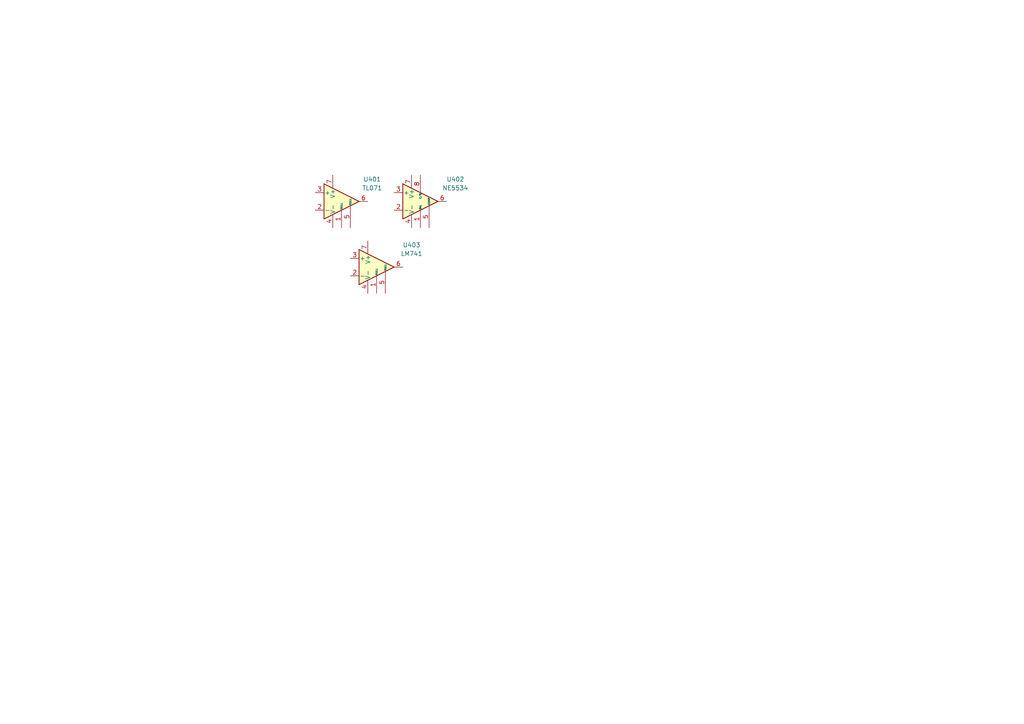
<source format=kicad_sch>
(kicad_sch (version 20250114) (generator "eeschema") (generator_version "9.0")
  (paper "A4")
  (title_block (title "${TITLE}") (date "2025-03-28") (rev "${REVISION}") (company "${COMPANY}"))
  (lib_symbols
    (symbol "Amplifier_Operational:LM741" (pin_names (offset 0.127))
      (property "Reference" "U" (at 0 6.35 0))
      (property "Value" "LM741" (at 0 3.81 0))
      (symbol "LM741_0_1"
        (polyline (pts (xy -5.08 5.08) (xy 5.08 0) (xy -5.08 -5.08) (xy -5.08 5.08)) (stroke (width 0.254)) (fill (type background)))
      )
      (symbol "LM741_1_1"
        (pin input line (at -7.62 2.54 0) (length 2.54) (name "+") (number "3"))
        (pin input line (at -7.62 -2.54 0) (length 2.54) (name "-") (number "2"))
        (pin power_in line (at -2.54 7.62 270) (length 3.81) (name "V+") (number "7"))
        (pin power_in line (at -2.54 -7.62 90) (length 3.81) (name "V-") (number "4"))
        (pin no_connect line (at 0 2.54 270) (length 2.54) (hide yes) (name "NC") (number "8"))
        (pin input line (at 0 -7.62 90) (length 5.08) (name "NULL") (number "1"))
        (pin input line (at 2.54 -7.62 90) (length 6.35) (name "NULL") (number "5"))
        (pin output line (at 7.62 0 180) (length 2.54) (name "~") (number "6"))
      )
    )
    (symbol "Amplifier_Operational:NE5534" (pin_names (offset 0.127))
      (property "Reference" "U" (at 1.27 6.35 0))
      (property "Value" "NE5534" (at 1.27 3.81 0))
      (symbol "NE5534_0_1"
        (polyline (pts (xy -5.08 5.08) (xy 5.08 0) (xy -5.08 -5.08) (xy -5.08 5.08)) (stroke (width 0.254)) (fill (type background)))
      )
      (symbol "NE5534_1_1"
        (pin input line (at -7.62 2.54 0) (length 2.54) (name "+") (number "3"))
        (pin input line (at -7.62 -2.54 0) (length 2.54) (name "-") (number "2"))
        (pin power_in line (at -2.54 7.62 270) (length 3.81) (name "V+") (number "7"))
        (pin power_in line (at -2.54 -7.62 90) (length 3.81) (name "V-") (number "4"))
        (pin input line (at 0 7.62 270) (length 5.08) (name "C/B") (number "8"))
        (pin input line (at 0 -7.62 90) (length 5.08) (name "BAL") (number "1"))
        (pin input line (at 2.54 -7.62 90) (length 6.35) (name "COMP") (number "5"))
        (pin output line (at 7.62 0 180) (length 2.54) (name "~") (number "6"))
      )
    )
    (symbol "Amplifier_Operational:TL071" (pin_names (offset 0.127))
      (property "Reference" "U" (at 0 6.35 0))
      (property "Value" "TL071" (at 0 3.81 0))
      (symbol "TL071_0_1"
        (polyline (pts (xy -5.08 5.08) (xy 5.08 0) (xy -5.08 -5.08) (xy -5.08 5.08)) (stroke (width 0.254)) (fill (type background)))
      )
      (symbol "TL071_1_1"
        (pin input line (at -7.62 2.54 0) (length 2.54) (name "+") (number "3"))
        (pin input line (at -7.62 -2.54 0) (length 2.54) (name "-") (number "2"))
        (pin power_in line (at -2.54 7.62 270) (length 3.81) (name "V+") (number "7"))
        (pin power_in line (at -2.54 -7.62 90) (length 3.81) (name "V-") (number "4"))
        (pin no_connect line (at 0 2.54 270) (length 2.54) (hide yes) (name "NC") (number "8"))
        (pin input line (at 0 -7.62 90) (length 5.08) (name "NULL") (number "1"))
        (pin input line (at 2.54 -7.62 90) (length 6.35) (name "NULL") (number "5"))
        (pin output line (at 7.62 0 180) (length 2.54) (name "~") (number "6"))
      )
    )
  )
  (symbol (lib_id "Amplifier_Operational:NE5534") (at 121.92 58.42 0) (unit 1)
    (property "Reference" "U402" (at 132.08 51.9998 0))
    (property "Value" "NE5534" (at 132.08 54.5398 0))
    (property "Datasheet" "http://www.ti.com/lit/ds/symlink/ne5534.pdf" (effects (hide yes)))
    (property "Description" "Single Low-Noise Operational Amplifiers, DIP-8/SOIC-8" (effects (hide yes)))
  )
  (symbol (lib_id "Amplifier_Operational:TL071") (at 99.06 58.42 0) (unit 1)
    (property "Reference" "U401" (at 107.95 51.9998 0))
    (property "Value" "TL071" (at 107.95 54.5398 0))
    (property "Datasheet" "http://www.ti.com/lit/ds/symlink/tl071.pdf" (effects (hide yes)))
    (property "Description" "Single Low-Noise JFET-Input Operational Amplifiers, DIP-8/SOIC-8" (effects (hide yes)))
  )
  (symbol (lib_id "Amplifier_Operational:LM741") (at 109.22 77.47 0) (unit 1)
    (property "Reference" "U403" (at 119.38 71.0498 0))
    (property "Value" "LM741" (at 119.38 73.5898 0))
    (property "Datasheet" "http://www.ti.com/lit/ds/symlink/lm741.pdf" (effects (hide yes)))
    (property "Description" "Operational Amplifier, DIP-8/TO-99-8" (effects (hide yes)))
  )
)
</source>
